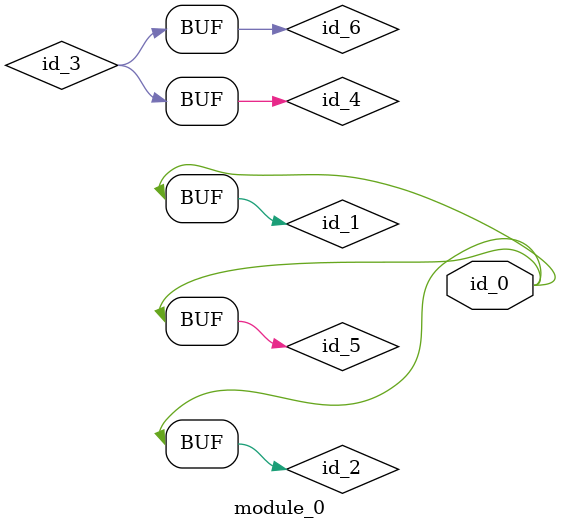
<source format=v>
module module_0 (
    output id_0
);
  initial id_0 <= #1 id_1;
  reg id_2;
  reg id_3;
  assign id_0 = id_2;
  reg id_4;
  reg id_5 = id_1;
  reg id_6;
  always id_6 <= id_4;
  assign id_3 = id_4;
endmodule

</source>
